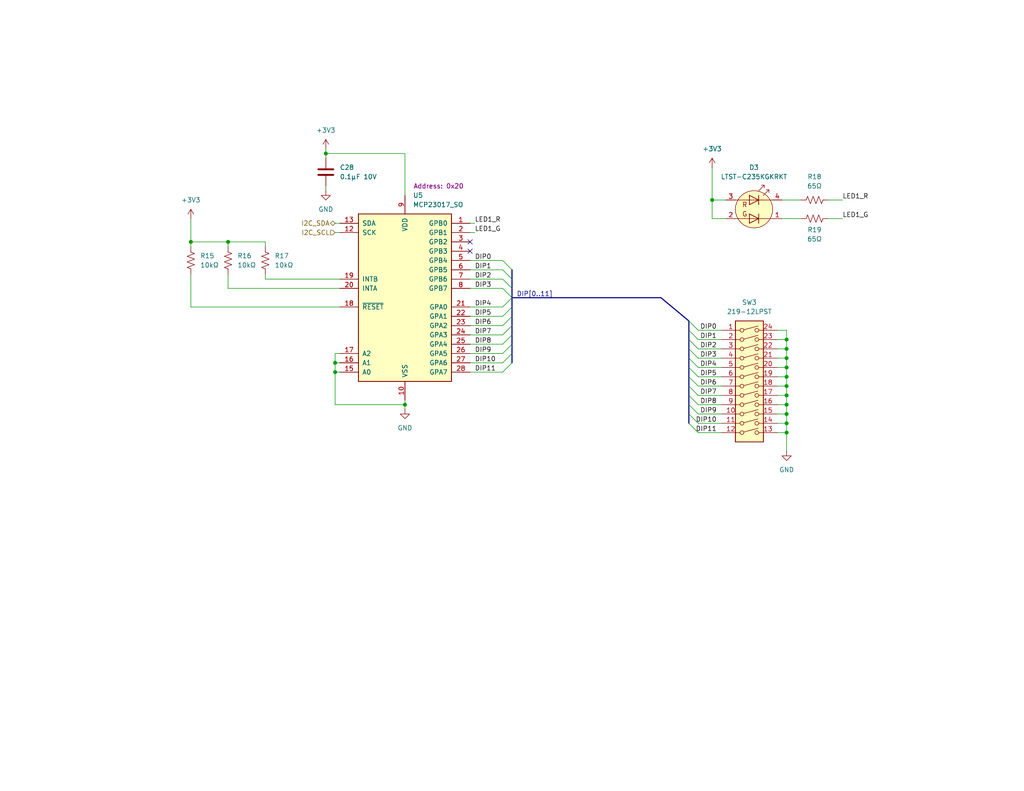
<source format=kicad_sch>
(kicad_sch (version 20231120) (generator "eeschema") (generator_version "8.0")
  (paper "USLetter")
  (title_block (title "Generic Pan Tilt PCB: HID") (date "${KIBOT_GIT_DATE} ${KITBOT_RUN_DATE}") (company "Responsive Environments, MIT Media Lab") (comment 1 "Perry Naseck") (comment 2 "https://github.com/mitmedialab/generic-pan-tilt-pcb/") (comment 3 "Licensed under CERN-OHL-P v2 or later") (comment 4 "© MIT Media Lab 2024") (comment 5 "This source describes Open Hardware and is licensed under the CERN-OHL-P v2 or later. You may redistribute and modify this documentation and make products using it under the terms of the CERN-OHL-P v2 (https:/cern.ch/cern-ohl). This documentation is distributed WITHOUT ANY EXPRESS OR IMPLIED WARRANTY, INCLUDING OF MERCHANTABILITY, SATISFACTORY QUALITY AND FITNESS FOR A PARTICULAR PURPOSE. Please see the CERN-OHL-P v2 for applicable conditions"))
  (lib_symbols
    (symbol "Device:C" (pin_numbers hide) (pin_names (offset 0.254))
      (property "Reference" "C" (at 0.635 2.54 0))
      (property "Value" "C" (at 0.635 -2.54 0))
      (symbol "C_0_1"
        (polyline (pts (xy -2.032 -0.762) (xy 2.032 -0.762)) (stroke (width 0.508)))
        (polyline (pts (xy -2.032 0.762) (xy 2.032 0.762)) (stroke (width 0.508)))
      )
      (symbol "C_1_1"
        (pin passive line (at 0 3.81 270) (length 2.794) (name "~") (number "1"))
        (pin passive line (at 0 -3.81 90) (length 2.794) (name "~") (number "2"))
      )
    )
    (symbol "Device:R_US" (pin_numbers hide) (pin_names (offset 0))
      (property "Reference" "R" (at 2.54 0 90))
      (property "Value" "R_US" (at -2.54 0 90))
      (symbol "R_US_0_1"
        (polyline (pts (xy 0 -2.286) (xy 0 -2.54)))
        (polyline (pts (xy 0 2.286) (xy 0 2.54)))
        (polyline (pts (xy 0 -0.762) (xy 1.016 -1.143) (xy 0 -1.524) (xy -1.016 -1.905) (xy 0 -2.286)))
        (polyline (pts (xy 0 0.762) (xy 1.016 0.381) (xy 0 0) (xy -1.016 -0.381) (xy 0 -0.762)))
        (polyline (pts (xy 0 2.286) (xy 1.016 1.905) (xy 0 1.524) (xy -1.016 1.143) (xy 0 0.762)))
      )
      (symbol "R_US_1_1"
        (pin passive line (at 0 3.81 270) (length 1.27) (name "~") (number "1"))
        (pin passive line (at 0 -3.81 90) (length 1.27) (name "~") (number "2"))
      )
    )
    (symbol "Interface_Expansion:MCP23017_SO" (pin_names (offset 1.016))
      (property "Reference" "U" (at -11.43 24.13 0))
      (property "Value" "MCP23017_SO" (at 0 0 0))
      (symbol "MCP23017_SO_0_1"
        (rectangle (start -12.7 22.86) (end 12.7 -22.86) (stroke (width 0.254)) (fill (type background)))
      )
      (symbol "MCP23017_SO_1_1"
        (pin bidirectional line (at 17.78 20.32 180) (length 5.08) (name "GPB0") (number "1"))
        (pin power_in line (at 0 -27.94 90) (length 5.08) (name "VSS") (number "10"))
        (pin no_connect line (at -12.7 15.24 0) (length 5.08) hide (name "NC") (number "11"))
        (pin input line (at -17.78 17.78 0) (length 5.08) (name "SCK") (number "12"))
        (pin bidirectional line (at -17.78 20.32 0) (length 5.08) (name "SDA") (number "13"))
        (pin no_connect line (at -12.7 12.7 0) (length 5.08) hide (name "NC") (number "14"))
        (pin input line (at -17.78 -20.32 0) (length 5.08) (name "A0") (number "15"))
        (pin input line (at -17.78 -17.78 0) (length 5.08) (name "A1") (number "16"))
        (pin input line (at -17.78 -15.24 0) (length 5.08) (name "A2") (number "17"))
        (pin input line (at -17.78 -2.54 0) (length 5.08) (name "~{RESET}") (number "18"))
        (pin tri_state line (at -17.78 5.08 0) (length 5.08) (name "INTB") (number "19"))
        (pin bidirectional line (at 17.78 17.78 180) (length 5.08) (name "GPB1") (number "2"))
        (pin tri_state line (at -17.78 2.54 0) (length 5.08) (name "INTA") (number "20"))
        (pin bidirectional line (at 17.78 -2.54 180) (length 5.08) (name "GPA0") (number "21"))
        (pin bidirectional line (at 17.78 -5.08 180) (length 5.08) (name "GPA1") (number "22"))
        (pin bidirectional line (at 17.78 -7.62 180) (length 5.08) (name "GPA2") (number "23"))
        (pin bidirectional line (at 17.78 -10.16 180) (length 5.08) (name "GPA3") (number "24"))
        (pin bidirectional line (at 17.78 -12.7 180) (length 5.08) (name "GPA4") (number "25"))
        (pin bidirectional line (at 17.78 -15.24 180) (length 5.08) (name "GPA5") (number "26"))
        (pin bidirectional line (at 17.78 -17.78 180) (length 5.08) (name "GPA6") (number "27"))
        (pin bidirectional line (at 17.78 -20.32 180) (length 5.08) (name "GPA7") (number "28"))
        (pin bidirectional line (at 17.78 15.24 180) (length 5.08) (name "GPB2") (number "3"))
        (pin bidirectional line (at 17.78 12.7 180) (length 5.08) (name "GPB3") (number "4"))
        (pin bidirectional line (at 17.78 10.16 180) (length 5.08) (name "GPB4") (number "5"))
        (pin bidirectional line (at 17.78 7.62 180) (length 5.08) (name "GPB5") (number "6"))
        (pin bidirectional line (at 17.78 5.08 180) (length 5.08) (name "GPB6") (number "7"))
        (pin bidirectional line (at 17.78 2.54 180) (length 5.08) (name "GPB7") (number "8"))
        (pin power_in line (at 0 27.94 270) (length 5.08) (name "VDD") (number "9"))
      )
    )
    (symbol "LED:LTST-C235KGKRKT" (pin_names (offset 0) hide)
      (property "Reference" "D" (at -5.08 6.35 0))
      (property "Value" "LTST-C235KGKRKT" (at 0 -5.715 0))
      (symbol "LTST-C235KGKRKT_0_0"
        (text "G" (at -2.54 -1.27 0) (effects (font (size 1.2954 1.2954))))
        (text "R" (at -2.54 1.27 0) (effects (font (size 1.2954 1.2954))))
      )
      (symbol "LTST-C235KGKRKT_0_1"
        (polyline (pts (xy -5.08 -2.54) (xy 2.032 -2.54)))
        (polyline (pts (xy -5.08 2.54) (xy 2.032 2.54)))
        (polyline (pts (xy 1.27 -1.27) (xy 1.27 -3.81)) (stroke (width 0.2032)))
        (polyline (pts (xy 1.27 3.81) (xy 1.27 1.27)) (stroke (width 0.2032)))
        (polyline (pts (xy 5.08 -2.54) (xy 1.905 -2.54)))
        (polyline (pts (xy 5.08 2.54) (xy 1.905 2.54)))
        (polyline (pts (xy -1.27 -1.27) (xy -1.27 -3.81) (xy 1.27 -2.54) (xy -1.27 -1.27)) (stroke (width 0.2032)))
        (polyline (pts (xy -1.27 3.81) (xy -1.27 1.27) (xy 1.27 2.54) (xy -1.27 3.81)) (stroke (width 0.2032)))
        (polyline (pts (xy 1.27 5.08) (xy 2.794 6.604) (xy 2.032 6.604) (xy 2.794 6.604) (xy 2.794 5.842)))
        (polyline (pts (xy 2.54 3.81) (xy 4.064 5.334) (xy 3.302 5.334) (xy 4.064 5.334) (xy 4.064 4.572)))
        (circle (center 0 0) (radius 5.08) (fill (type background)))
      )
      (symbol "LTST-C235KGKRKT_1_1"
        (pin input line (at 7.62 -2.54 180) (length 2.54) (name "K2") (number "1"))
        (pin input line (at -7.62 -2.54 0) (length 2.54) (name "A2") (number "2"))
        (pin input line (at -7.62 2.54 0) (length 2.54) (name "A1") (number "3"))
        (pin input line (at 7.62 2.54 180) (length 2.54) (name "K1") (number "4"))
      )
    )
    (symbol "Switch:SW_DIP_x12" (pin_names (offset 0) hide)
      (property "Reference" "SW" (at 0 19.05 0))
      (property "Value" "SW_DIP_x12" (at 0 -16.51 0))
      (symbol "SW_DIP_x12_0_0"
        (circle (center -2.032 -12.7) (radius 0.508))
        (circle (center -2.032 -10.16) (radius 0.508))
        (circle (center -2.032 -7.62) (radius 0.508))
        (circle (center -2.032 -5.08) (radius 0.508))
        (circle (center -2.032 -2.54) (radius 0.508))
        (circle (center -2.032 0) (radius 0.508))
        (circle (center -2.032 2.54) (radius 0.508))
        (circle (center -2.032 5.08) (radius 0.508))
        (circle (center -2.032 7.62) (radius 0.508))
        (circle (center -2.032 10.16) (radius 0.508))
        (circle (center -2.032 12.7) (radius 0.508))
        (circle (center -2.032 15.24) (radius 0.508))
        (polyline (pts (xy -1.524 -12.5476) (xy 2.3622 -11.5062)))
        (polyline (pts (xy -1.524 -10.0076) (xy 2.3622 -8.9662)))
        (polyline (pts (xy -1.524 -7.4676) (xy 2.3622 -6.4262)))
        (polyline (pts (xy -1.524 -4.9276) (xy 2.3622 -3.8862)))
        (polyline (pts (xy -1.524 -2.3876) (xy 2.3622 -1.3462)))
        (polyline (pts (xy -1.524 0.127) (xy 2.3622 1.1684)))
        (polyline (pts (xy -1.524 2.667) (xy 2.3622 3.7084)))
        (polyline (pts (xy -1.524 5.207) (xy 2.3622 6.2484)))
        (polyline (pts (xy -1.524 7.747) (xy 2.3622 8.7884)))
        (polyline (pts (xy -1.524 10.287) (xy 2.3622 11.3284)))
        (polyline (pts (xy -1.524 12.827) (xy 2.3622 13.8684)))
        (polyline (pts (xy -1.524 15.367) (xy 2.3622 16.4084)))
        (circle (center 2.032 -12.7) (radius 0.508))
        (circle (center 2.032 -10.16) (radius 0.508))
        (circle (center 2.032 -7.62) (radius 0.508))
        (circle (center 2.032 -5.08) (radius 0.508))
        (circle (center 2.032 -2.54) (radius 0.508))
        (circle (center 2.032 0) (radius 0.508))
        (circle (center 2.032 2.54) (radius 0.508))
        (circle (center 2.032 5.08) (radius 0.508))
        (circle (center 2.032 7.62) (radius 0.508))
        (circle (center 2.032 10.16) (radius 0.508))
        (circle (center 2.032 12.7) (radius 0.508))
        (circle (center 2.032 15.24) (radius 0.508))
      )
      (symbol "SW_DIP_x12_1_1"
        (rectangle (start -3.81 17.78) (end 3.81 -15.24) (stroke (width 0.254)) (fill (type background)))
        (pin passive line (at -7.62 15.24 0) (length 5.08) (name "~") (number "1"))
        (pin passive line (at -7.62 -7.62 0) (length 5.08) (name "~") (number "10"))
        (pin passive line (at -7.62 -10.16 0) (length 5.08) (name "~") (number "11"))
        (pin passive line (at -7.62 -12.7 0) (length 5.08) (name "~") (number "12"))
        (pin passive line (at 7.62 -12.7 180) (length 5.08) (name "~") (number "13"))
        (pin passive line (at 7.62 -10.16 180) (length 5.08) (name "~") (number "14"))
        (pin passive line (at 7.62 -7.62 180) (length 5.08) (name "~") (number "15"))
        (pin passive line (at 7.62 -5.08 180) (length 5.08) (name "~") (number "16"))
        (pin passive line (at 7.62 -2.54 180) (length 5.08) (name "~") (number "17"))
        (pin passive line (at 7.62 0 180) (length 5.08) (name "~") (number "18"))
        (pin passive line (at 7.62 2.54 180) (length 5.08) (name "~") (number "19"))
        (pin passive line (at -7.62 12.7 0) (length 5.08) (name "~") (number "2"))
        (pin passive line (at 7.62 5.08 180) (length 5.08) (name "~") (number "20"))
        (pin passive line (at 7.62 7.62 180) (length 5.08) (name "~") (number "21"))
        (pin passive line (at 7.62 10.16 180) (length 5.08) (name "~") (number "22"))
        (pin passive line (at 7.62 12.7 180) (length 5.08) (name "~") (number "23"))
        (pin passive line (at 7.62 15.24 180) (length 5.08) (name "~") (number "24"))
        (pin passive line (at -7.62 10.16 0) (length 5.08) (name "~") (number "3"))
        (pin passive line (at -7.62 7.62 0) (length 5.08) (name "~") (number "4"))
        (pin passive line (at -7.62 5.08 0) (length 5.08) (name "~") (number "5"))
        (pin passive line (at -7.62 2.54 0) (length 5.08) (name "~") (number "6"))
        (pin passive line (at -7.62 0 0) (length 5.08) (name "~") (number "7"))
        (pin passive line (at -7.62 -2.54 0) (length 5.08) (name "~") (number "8"))
        (pin passive line (at -7.62 -5.08 0) (length 5.08) (name "~") (number "9"))
      )
    )
    (symbol "power:+3V3" (power) (pin_numbers hide) (pin_names (offset 0) hide)
      (property "Value" "+3V3" (at 0 3.556 0))
      (symbol "+3V3_0_1"
        (polyline (pts (xy -0.762 1.27) (xy 0 2.54)))
        (polyline (pts (xy 0 0) (xy 0 2.54)))
        (polyline (pts (xy 0 2.54) (xy 0.762 1.27)))
      )
      (symbol "+3V3_1_1"
        (pin power_in line (at 0 0 90) (length 0) (name "~") (number "1"))
      )
    )
    (symbol "power:GND" (power) (pin_numbers hide) (pin_names (offset 0) hide)
      (property "Value" "GND" (at 0 -3.81 0))
      (symbol "GND_0_1"
        (polyline (pts (xy 0 0) (xy 0 -1.27) (xy 1.27 -1.27) (xy 0 -2.54) (xy -1.27 -1.27) (xy 0 -1.27)))
      )
      (symbol "GND_1_1"
        (pin power_in line (at 0 0 270) (length 0) (name "~") (number "1"))
      )
    )
  )
  (junction (at 91.44 101.6))
  (junction (at 52.07 66.04))
  (junction (at 88.9 41.91))
  (junction (at 214.63 100.33))
  (junction (at 214.63 92.71))
  (junction (at 91.44 99.06))
  (junction (at 214.63 115.57))
  (junction (at 214.63 107.95))
  (junction (at 214.63 105.41))
  (junction (at 214.63 118.11))
  (junction (at 214.63 102.87))
  (junction (at 214.63 97.79))
  (junction (at 110.49 110.49))
  (junction (at 62.23 66.04))
  (junction (at 214.63 113.03))
  (junction (at 214.63 95.25))
  (junction (at 194.31 54.61))
  (junction (at 214.63 110.49))
  (no_connect (at 128.27 68.58))
  (no_connect (at 128.27 66.04))
  (bus_entry (at 187.96 97.79) (size 2.54 2.54))
  (bus_entry (at 137.16 99.06) (size 2.54 -2.54))
  (bus_entry (at 187.96 95.25) (size 2.54 2.54))
  (bus_entry (at 187.96 110.49) (size 2.54 2.54))
  (bus_entry (at 139.7 73.66) (size -2.54 -2.54))
  (bus_entry (at 137.16 73.66) (size 2.54 2.54))
  (bus_entry (at 137.16 88.9) (size 2.54 -2.54))
  (bus_entry (at 187.96 102.87) (size 2.54 2.54))
  (bus_entry (at 137.16 76.2) (size 2.54 2.54))
  (bus_entry (at 187.96 87.63) (size 2.54 2.54))
  (bus_entry (at 137.16 86.36) (size 2.54 -2.54))
  (bus_entry (at 137.16 78.74) (size 2.54 2.54))
  (bus_entry (at 187.96 90.17) (size 2.54 2.54))
  (bus_entry (at 137.16 101.6) (size 2.54 -2.54))
  (bus_entry (at 187.96 115.57) (size 2.54 2.54))
  (bus_entry (at 187.96 105.41) (size 2.54 2.54))
  (bus_entry (at 137.16 93.98) (size 2.54 -2.54))
  (bus_entry (at 187.96 100.33) (size 2.54 2.54))
  (bus_entry (at 187.96 113.03) (size 2.54 2.54))
  (bus_entry (at 187.96 92.71) (size 2.54 2.54))
  (bus_entry (at 137.16 83.82) (size 2.54 -2.54))
  (bus_entry (at 187.96 107.95) (size 2.54 2.54))
  (bus_entry (at 137.16 96.52) (size 2.54 -2.54))
  (bus_entry (at 137.16 91.44) (size 2.54 -2.54))
  (wire (pts (xy 214.63 100.33) (xy 214.63 102.87)))
  (bus (pts (xy 139.7 76.2) (xy 139.7 78.74)))
  (wire (pts (xy 190.5 110.49) (xy 196.85 110.49)))
  (wire (pts (xy 110.49 41.91) (xy 110.49 53.34)))
  (wire (pts (xy 214.63 92.71) (xy 214.63 95.25)))
  (wire (pts (xy 88.9 40.64) (xy 88.9 41.91)))
  (wire (pts (xy 128.27 99.06) (xy 137.16 99.06)))
  (bus (pts (xy 187.96 95.25) (xy 187.96 97.79)))
  (wire (pts (xy 128.27 78.74) (xy 137.16 78.74)))
  (wire (pts (xy 214.63 107.95) (xy 214.63 110.49)))
  (wire (pts (xy 190.5 113.03) (xy 196.85 113.03)))
  (wire (pts (xy 52.07 83.82) (xy 92.71 83.82)))
  (bus (pts (xy 180.34 81.28) (xy 187.96 87.63)))
  (wire (pts (xy 190.5 107.95) (xy 196.85 107.95)))
  (wire (pts (xy 226.06 59.69) (xy 229.87 59.69)))
  (wire (pts (xy 212.09 115.57) (xy 214.63 115.57)))
  (wire (pts (xy 190.5 95.25) (xy 196.85 95.25)))
  (wire (pts (xy 128.27 76.2) (xy 137.16 76.2)))
  (wire (pts (xy 52.07 66.04) (xy 52.07 67.31)))
  (wire (pts (xy 194.31 54.61) (xy 198.12 54.61)))
  (wire (pts (xy 110.49 110.49) (xy 110.49 111.76)))
  (wire (pts (xy 212.09 118.11) (xy 214.63 118.11)))
  (wire (pts (xy 213.36 59.69) (xy 218.44 59.69)))
  (wire (pts (xy 52.07 74.93) (xy 52.07 83.82)))
  (wire (pts (xy 88.9 41.91) (xy 110.49 41.91)))
  (wire (pts (xy 62.23 78.74) (xy 62.23 74.93)))
  (wire (pts (xy 110.49 109.22) (xy 110.49 110.49)))
  (bus (pts (xy 139.7 73.66) (xy 139.7 76.2)))
  (wire (pts (xy 190.5 100.33) (xy 196.85 100.33)))
  (wire (pts (xy 128.27 96.52) (xy 137.16 96.52)))
  (wire (pts (xy 91.44 63.5) (xy 92.71 63.5)))
  (bus (pts (xy 139.7 78.74) (xy 139.7 81.28)))
  (wire (pts (xy 213.36 54.61) (xy 218.44 54.61)))
  (bus (pts (xy 187.96 110.49) (xy 187.96 113.03)))
  (bus (pts (xy 187.96 90.17) (xy 187.96 92.71)))
  (wire (pts (xy 88.9 50.8) (xy 88.9 52.07)))
  (bus (pts (xy 139.7 93.98) (xy 139.7 96.52)))
  (wire (pts (xy 190.5 92.71) (xy 196.85 92.71)))
  (wire (pts (xy 72.39 76.2) (xy 72.39 74.93)))
  (wire (pts (xy 190.5 115.57) (xy 196.85 115.57)))
  (bus (pts (xy 187.96 100.33) (xy 187.96 102.87)))
  (wire (pts (xy 72.39 66.04) (xy 62.23 66.04)))
  (wire (pts (xy 226.06 54.61) (xy 229.87 54.61)))
  (wire (pts (xy 128.27 91.44) (xy 137.16 91.44)))
  (bus (pts (xy 139.7 81.28) (xy 180.34 81.28)))
  (wire (pts (xy 92.71 96.52) (xy 91.44 96.52)))
  (wire (pts (xy 128.27 71.12) (xy 137.16 71.12)))
  (bus (pts (xy 187.96 92.71) (xy 187.96 95.25)))
  (bus (pts (xy 139.7 96.52) (xy 139.7 99.06)))
  (wire (pts (xy 72.39 67.31) (xy 72.39 66.04)))
  (wire (pts (xy 212.09 90.17) (xy 214.63 90.17)))
  (wire (pts (xy 214.63 95.25) (xy 214.63 97.79)))
  (wire (pts (xy 212.09 107.95) (xy 214.63 107.95)))
  (wire (pts (xy 72.39 76.2) (xy 92.71 76.2)))
  (wire (pts (xy 214.63 115.57) (xy 214.63 118.11)))
  (bus (pts (xy 187.96 97.79) (xy 187.96 100.33)))
  (wire (pts (xy 88.9 41.91) (xy 88.9 43.18)))
  (wire (pts (xy 190.5 118.11) (xy 196.85 118.11)))
  (wire (pts (xy 212.09 97.79) (xy 214.63 97.79)))
  (wire (pts (xy 214.63 105.41) (xy 214.63 107.95)))
  (wire (pts (xy 190.5 97.79) (xy 196.85 97.79)))
  (wire (pts (xy 194.31 45.72) (xy 194.31 54.61)))
  (wire (pts (xy 91.44 110.49) (xy 110.49 110.49)))
  (wire (pts (xy 190.5 105.41) (xy 196.85 105.41)))
  (wire (pts (xy 214.63 113.03) (xy 214.63 115.57)))
  (bus (pts (xy 187.96 102.87) (xy 187.96 105.41)))
  (wire (pts (xy 128.27 86.36) (xy 137.16 86.36)))
  (wire (pts (xy 190.5 90.17) (xy 196.85 90.17)))
  (wire (pts (xy 128.27 101.6) (xy 137.16 101.6)))
  (wire (pts (xy 214.63 90.17) (xy 214.63 92.71)))
  (wire (pts (xy 212.09 95.25) (xy 214.63 95.25)))
  (wire (pts (xy 128.27 88.9) (xy 137.16 88.9)))
  (bus (pts (xy 187.96 105.41) (xy 187.96 107.95)))
  (wire (pts (xy 62.23 66.04) (xy 52.07 66.04)))
  (wire (pts (xy 91.44 101.6) (xy 91.44 110.49)))
  (wire (pts (xy 194.31 59.69) (xy 198.12 59.69)))
  (bus (pts (xy 187.96 107.95) (xy 187.96 110.49)))
  (wire (pts (xy 190.5 102.87) (xy 196.85 102.87)))
  (wire (pts (xy 91.44 99.06) (xy 92.71 99.06)))
  (wire (pts (xy 212.09 102.87) (xy 214.63 102.87)))
  (wire (pts (xy 62.23 66.04) (xy 62.23 67.31)))
  (wire (pts (xy 194.31 54.61) (xy 194.31 59.69)))
  (bus (pts (xy 187.96 113.03) (xy 187.96 115.57)))
  (bus (pts (xy 187.96 87.63) (xy 187.96 90.17)))
  (wire (pts (xy 91.44 99.06) (xy 91.44 101.6)))
  (wire (pts (xy 212.09 113.03) (xy 214.63 113.03)))
  (bus (pts (xy 139.7 83.82) (xy 139.7 86.36)))
  (wire (pts (xy 128.27 73.66) (xy 137.16 73.66)))
  (bus (pts (xy 139.7 81.28) (xy 139.7 83.82)))
  (wire (pts (xy 128.27 60.96) (xy 129.54 60.96)))
  (wire (pts (xy 214.63 97.79) (xy 214.63 100.33)))
  (wire (pts (xy 128.27 83.82) (xy 137.16 83.82)))
  (wire (pts (xy 212.09 92.71) (xy 214.63 92.71)))
  (wire (pts (xy 214.63 110.49) (xy 214.63 113.03)))
  (wire (pts (xy 91.44 101.6) (xy 92.71 101.6)))
  (bus (pts (xy 139.7 91.44) (xy 139.7 93.98)))
  (wire (pts (xy 92.71 78.74) (xy 62.23 78.74)))
  (wire (pts (xy 128.27 93.98) (xy 137.16 93.98)))
  (bus (pts (xy 139.7 86.36) (xy 139.7 88.9)))
  (wire (pts (xy 91.44 60.96) (xy 92.71 60.96)))
  (wire (pts (xy 214.63 118.11) (xy 214.63 123.19)))
  (wire (pts (xy 212.09 105.41) (xy 214.63 105.41)))
  (bus (pts (xy 139.7 88.9) (xy 139.7 91.44)))
  (wire (pts (xy 214.63 102.87) (xy 214.63 105.41)))
  (wire (pts (xy 212.09 100.33) (xy 214.63 100.33)))
  (wire (pts (xy 128.27 63.5) (xy 129.54 63.5)))
  (wire (pts (xy 214.63 110.49) (xy 212.09 110.49)))
  (wire (pts (xy 52.07 59.69) (xy 52.07 66.04)))
  (wire (pts (xy 91.44 96.52) (xy 91.44 99.06)))
  (label "LED1_G" (at 129.54 63.5 0))
  (label "DIP9" (at 129.54 96.52 0))
  (label "DIP0" (at 195.58 90.17 180))
  (label "DIP6" (at 195.58 105.41 180))
  (label "DIP5" (at 195.58 102.87 180))
  (label "DIP8" (at 129.54 93.98 0))
  (label "DIP10" (at 129.54 99.06 0))
  (label "DIP0" (at 129.54 71.12 0))
  (label "LED1_G" (at 229.87 59.69 0))
  (label "DIP11" (at 195.58 118.11 180))
  (label "DIP7" (at 195.58 107.95 180))
  (label "DIP5" (at 129.54 86.36 0))
  (label "LED1_R" (at 129.54 60.96 0))
  (label "DIP1" (at 129.54 73.66 0))
  (label "DIP4" (at 129.54 83.82 0))
  (label "DIP11" (at 129.54 101.6 0))
  (label "DIP1" (at 195.58 92.71 180))
  (label "LED1_R" (at 229.87 54.61 0))
  (label "DIP10" (at 195.58 115.57 180))
  (label "DIP9" (at 195.58 113.03 180))
  (label "DIP3" (at 195.58 97.79 180))
  (label "DIP2" (at 195.58 95.25 180))
  (label "DIP6" (at 129.54 88.9 0))
  (label "DIP[0..11]" (at 140.97 81.28 0))
  (label "DIP4" (at 195.58 100.33 180))
  (label "DIP3" (at 129.54 78.74 0))
  (label "DIP2" (at 129.54 76.2 0))
  (label "DIP8" (at 195.58 110.49 180))
  (label "DIP7" (at 129.54 91.44 0))
  (hierarchical_label "I2C_SCL" (shape input) (at 91.44 63.5 180))
  (hierarchical_label "I2C_SDA" (shape bidirectional) (at 91.44 60.96 180))
  (symbol (lib_id "Device:R_US") (at 72.39 71.12 0) (unit 1)
    (property "Reference" "R17" (at 74.93 69.8499 0) (effects (justify left)))
    (property "Value" "10kΩ" (at 74.93 72.3899 0) (effects (justify left)))
    (property "Footprint" "Resistor_SMD:R_0402_1005Metric" (effects (hide yes)))
    (property "Description" "Resistor, US symbol" (effects (hide yes)))
  )
  (symbol (lib_id "LED:LTST-C235KGKRKT") (at 205.74 57.15 0) (unit 1)
    (property "Reference" "D3" (at 205.74 45.72 0))
    (property "Value" "LTST-C235KGKRKT" (at 205.74 48.26 0))
    (property "Footprint" "LED_SMD:LED_LiteOn_LTST-C235KGKRKT" (effects (hide yes)))
    (property "Datasheet" "https://optoelectronics.liteon.com/upload/download/DS22-2009-0219/LTST-C235KGKRKT.pdf" (effects (hide yes)))
    (property "Description" "LED dual red/green, 4-pin, down-facing" (effects (hide yes)))
    (property "digikey#" "160-2026-1-ND" (effects (hide yes)))
    (property "manf#" "LTST-C235KGKRKT" (effects (hide yes)))
    (property "mouser#" "859-LTST-C235KGKRKT" (effects (hide yes)))
  )
  (symbol (lib_id "power:GND") (at 214.63 123.19 0) (unit 1)
    (property "Reference" "#PWR068" (effects (hide yes)))
    (property "Value" "GND" (at 214.63 128.27 0))
    (property "Description" "Power symbol creates a global label with name \"GND\" , ground" (effects (hide yes)))
  )
  (symbol (lib_id "power:GND") (at 110.49 111.76 0) (unit 1)
    (property "Reference" "#PWR066" (effects (hide yes)))
    (property "Value" "GND" (at 110.49 116.84 0))
    (property "Description" "Power symbol creates a global label with name \"GND\" , ground" (effects (hide yes)))
  )
  (symbol (lib_id "Switch:SW_DIP_x12") (at 204.47 105.41 0) (unit 1)
    (property "Reference" "SW3" (at 204.47 82.55 0))
    (property "Value" "219-12LPST" (at 204.47 85.09 0))
    (property "Footprint" "Button_Switch_THT:SW_DIP_SPSTx12_Slide_9.78x32.66mm_W7.62mm_P2.54mm" (effects (hide yes)))
    (property "Description" "12x DIP Switch, Single Pole Single Throw (SPST) switch, small symbol" (effects (hide yes)))
    (property "digikey#" "CT21912LPST-ND" (effects (hide yes)))
    (property "manf#" "219-12LPST" (effects (hide yes)))
    (property "mouser#" "774-21912LPST" (effects (hide yes)))
  )
  (symbol (lib_id "Interface_Expansion:MCP23017_SO") (at 110.49 81.28 0) (unit 1)
    (property "Reference" "U5" (at 112.6841 53.34 0) (effects (justify left)))
    (property "Value" "MCP23017_SO" (at 112.6841 55.88 0) (effects (justify left)))
    (property "Footprint" "Package_SO:SOIC-28W_7.5x17.9mm_P1.27mm" (effects (hide yes)))
    (property "Datasheet" "http://ww1.microchip.com/downloads/en/DeviceDoc/20001952C.pdf" (effects (hide yes)))
    (property "Description" "16-bit I/O expander, I2C, interrupts, w pull-ups, SOIC-28" (effects (hide yes)))
    (property "Address" "0x20" (at 112.776 50.8 0) (show_name yes) (effects (justify left)))
    (property "digikey#" "MCP23017T-E/SOCT-ND" (effects (hide yes)))
    (property "manf#" "MCP23017T-E/SO" (effects (hide yes)))
    (property "mouser#" "579-MCP23017T-E/SO" (effects (hide yes)))
  )
  (symbol (lib_id "power:+3V3") (at 88.9 40.64 0) (unit 1)
    (property "Reference" "#PWR064" (effects (hide yes)))
    (property "Value" "+3V3" (at 88.9 35.56 0))
    (property "Description" "Power symbol creates a global label with name \"+3V3\"" (effects (hide yes)))
  )
  (symbol (lib_id "Device:R_US") (at 52.07 71.12 0) (unit 1)
    (property "Reference" "R15" (at 54.61 69.8499 0) (effects (justify left)))
    (property "Value" "10kΩ" (at 54.61 72.3899 0) (effects (justify left)))
    (property "Footprint" "Resistor_SMD:R_0402_1005Metric" (effects (hide yes)))
    (property "Description" "Resistor, US symbol" (effects (hide yes)))
  )
  (symbol (lib_id "Device:R_US") (at 222.25 54.61 270) (unit 1)
    (property "Reference" "R18" (at 222.25 48.26 90))
    (property "Value" "65Ω" (at 222.25 50.8 90))
    (property "Footprint" "Resistor_SMD:R_0402_1005Metric" (effects (hide yes)))
    (property "Description" "Resistor, US symbol" (effects (hide yes)))
  )
  (symbol (lib_id "power:+3V3") (at 194.31 45.72 0) (unit 1)
    (property "Reference" "#PWR067" (effects (hide yes)))
    (property "Value" "+3V3" (at 194.31 40.64 0))
    (property "Description" "Power symbol creates a global label with name \"+3V3\"" (effects (hide yes)))
  )
  (symbol (lib_id "power:+3V3") (at 52.07 59.69 0) (unit 1)
    (property "Reference" "#PWR063" (effects (hide yes)))
    (property "Value" "+3V3" (at 52.07 54.61 0))
    (property "Description" "Power symbol creates a global label with name \"+3V3\"" (effects (hide yes)))
  )
  (symbol (lib_id "Device:C") (at 88.9 46.99 0) (unit 1)
    (property "Reference" "C28" (at 92.71 45.7199 0) (effects (justify left)))
    (property "Value" "0.1µF 10V" (at 92.71 48.2599 0) (effects (justify left)))
    (property "Footprint" "Capacitor_SMD:C_0402_1005Metric" (effects (hide yes)))
    (property "Description" "Unpolarized capacitor" (effects (hide yes)))
  )
  (symbol (lib_id "Device:R_US") (at 62.23 71.12 0) (unit 1)
    (property "Reference" "R16" (at 64.77 69.8499 0) (effects (justify left)))
    (property "Value" "10kΩ" (at 64.77 72.3899 0) (effects (justify left)))
    (property "Footprint" "Resistor_SMD:R_0402_1005Metric" (effects (hide yes)))
    (property "Description" "Resistor, US symbol" (effects (hide yes)))
  )
  (symbol (lib_id "power:GND") (at 88.9 52.07 0) (unit 1)
    (property "Reference" "#PWR065" (effects (hide yes)))
    (property "Value" "GND" (at 88.9 57.15 0))
    (property "Description" "Power symbol creates a global label with name \"GND\" , ground" (effects (hide yes)))
  )
  (symbol (lib_id "Device:R_US") (at 222.25 59.69 90) (unit 1)
    (property "Reference" "R19" (at 222.25 62.738 90))
    (property "Value" "65Ω" (at 222.25 65.278 90))
    (property "Footprint" "Resistor_SMD:R_0402_1005Metric" (effects (hide yes)))
    (property "Description" "Resistor, US symbol" (effects (hide yes)))
  )
)
</source>
